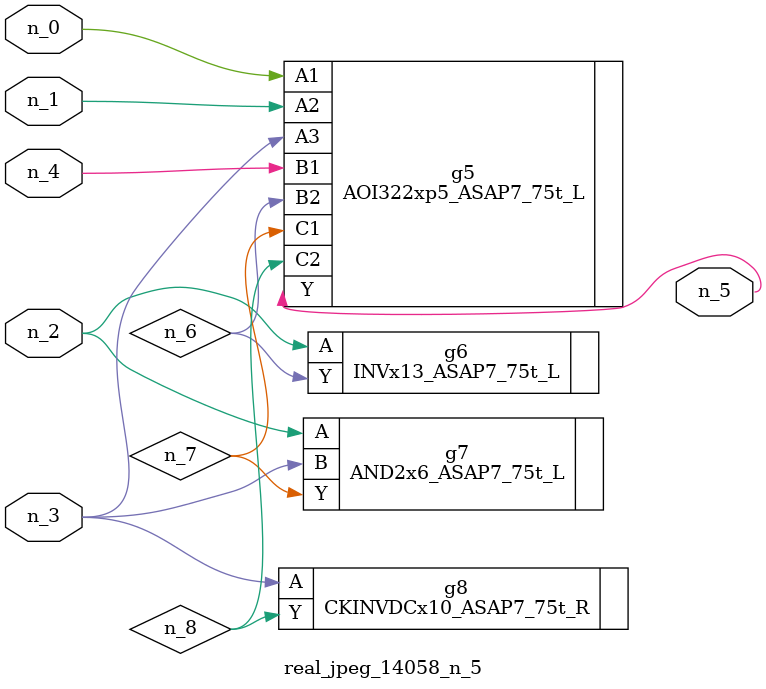
<source format=v>
module real_jpeg_14058_n_5 (n_4, n_0, n_1, n_2, n_3, n_5);

input n_4;
input n_0;
input n_1;
input n_2;
input n_3;

output n_5;

wire n_8;
wire n_6;
wire n_7;

AOI322xp5_ASAP7_75t_L g5 ( 
.A1(n_0),
.A2(n_1),
.A3(n_3),
.B1(n_4),
.B2(n_6),
.C1(n_7),
.C2(n_8),
.Y(n_5)
);

INVx13_ASAP7_75t_L g6 ( 
.A(n_2),
.Y(n_6)
);

AND2x6_ASAP7_75t_L g7 ( 
.A(n_2),
.B(n_3),
.Y(n_7)
);

CKINVDCx10_ASAP7_75t_R g8 ( 
.A(n_3),
.Y(n_8)
);


endmodule
</source>
